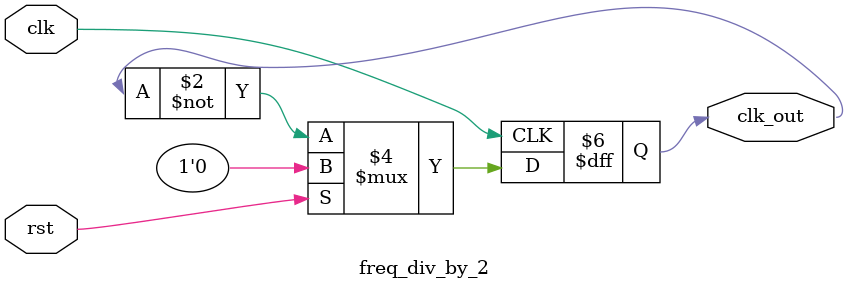
<source format=v>
module freq_div_by_2(clk_out,clk,rst);
input clk,rst;
output reg clk_out;
always@(posedge clk) begin 
    if(rst)
        clk_out <= 0;
    else    
        clk_out <= ~clk_out;
end
endmodule
</source>
